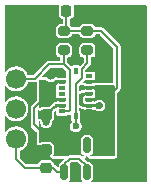
<source format=gbr>
%TF.GenerationSoftware,KiCad,Pcbnew,9.0.2*%
%TF.CreationDate,2026-01-04T09:32:38+09:00*%
%TF.ProjectId,BMI088,424d4930-3838-42e6-9b69-6361645f7063,rev?*%
%TF.SameCoordinates,Original*%
%TF.FileFunction,Copper,L1,Top*%
%TF.FilePolarity,Positive*%
%FSLAX46Y46*%
G04 Gerber Fmt 4.6, Leading zero omitted, Abs format (unit mm)*
G04 Created by KiCad (PCBNEW 9.0.2) date 2026-01-04 09:32:38*
%MOMM*%
%LPD*%
G01*
G04 APERTURE LIST*
G04 Aperture macros list*
%AMRoundRect*
0 Rectangle with rounded corners*
0 $1 Rounding radius*
0 $2 $3 $4 $5 $6 $7 $8 $9 X,Y pos of 4 corners*
0 Add a 4 corners polygon primitive as box body*
4,1,4,$2,$3,$4,$5,$6,$7,$8,$9,$2,$3,0*
0 Add four circle primitives for the rounded corners*
1,1,$1+$1,$2,$3*
1,1,$1+$1,$4,$5*
1,1,$1+$1,$6,$7*
1,1,$1+$1,$8,$9*
0 Add four rect primitives between the rounded corners*
20,1,$1+$1,$2,$3,$4,$5,0*
20,1,$1+$1,$4,$5,$6,$7,0*
20,1,$1+$1,$6,$7,$8,$9,0*
20,1,$1+$1,$8,$9,$2,$3,0*%
G04 Aperture macros list end*
%TA.AperFunction,SMDPad,CuDef*%
%ADD10R,0.350000X0.590000*%
%TD*%
%TA.AperFunction,SMDPad,CuDef*%
%ADD11R,0.590000X0.350000*%
%TD*%
%TA.AperFunction,SMDPad,CuDef*%
%ADD12RoundRect,0.225000X-0.250000X0.225000X-0.250000X-0.225000X0.250000X-0.225000X0.250000X0.225000X0*%
%TD*%
%TA.AperFunction,SMDPad,CuDef*%
%ADD13RoundRect,0.225000X0.250000X-0.225000X0.250000X0.225000X-0.250000X0.225000X-0.250000X-0.225000X0*%
%TD*%
%TA.AperFunction,SMDPad,CuDef*%
%ADD14RoundRect,0.225000X-0.225000X-0.250000X0.225000X-0.250000X0.225000X0.250000X-0.225000X0.250000X0*%
%TD*%
%TA.AperFunction,ComponentPad*%
%ADD15R,1.700000X1.700000*%
%TD*%
%TA.AperFunction,ComponentPad*%
%ADD16C,1.700000*%
%TD*%
%TA.AperFunction,SMDPad,CuDef*%
%ADD17RoundRect,0.150000X0.150000X-0.512500X0.150000X0.512500X-0.150000X0.512500X-0.150000X-0.512500X0*%
%TD*%
%TA.AperFunction,SMDPad,CuDef*%
%ADD18RoundRect,0.200000X-0.275000X0.200000X-0.275000X-0.200000X0.275000X-0.200000X0.275000X0.200000X0*%
%TD*%
%TA.AperFunction,ViaPad*%
%ADD19C,0.600000*%
%TD*%
%TA.AperFunction,Conductor*%
%ADD20C,0.200000*%
%TD*%
G04 APERTURE END LIST*
D10*
%TO.P,U1,8,SCL/SCK*%
%TO.N,SCL*%
X106500000Y-60915000D03*
D11*
%TO.P,U1,9,SDA/SDI*%
%TO.N,SDA*%
X105335000Y-60500000D03*
%TO.P,U1,10,SDO2*%
%TO.N,GND*%
X105335000Y-60000000D03*
%TO.P,U1,11,VDDIO*%
%TO.N,VDD*%
X105335000Y-59500000D03*
%TO.P,U1,12,INT3*%
%TO.N,unconnected-(U1-INT3-Pad12)*%
X105335000Y-59000000D03*
%TO.P,U1,13,INT4*%
%TO.N,unconnected-(U1-INT4-Pad13)*%
X105335000Y-58500000D03*
%TO.P,U1,14,CSB1*%
%TO.N,VDD*%
X105335000Y-58000000D03*
%TO.P,U1,15,SDO1*%
%TO.N,GND*%
X105335000Y-57500000D03*
D10*
%TO.P,U1,16,INT1*%
%TO.N,unconnected-(U1-INT1-Pad16)*%
X106500000Y-57085000D03*
D11*
%TO.P,U1,1,INT2*%
%TO.N,unconnected-(U1-INT2-Pad1)*%
X107665000Y-57500000D03*
%TO.P,U1,2,NC*%
%TO.N,GND*%
X107665000Y-58000000D03*
%TO.P,U1,3,VDD*%
%TO.N,VDD*%
X107665000Y-58500000D03*
%TO.P,U1,4,GNDA*%
%TO.N,GND*%
X107665000Y-59000000D03*
%TO.P,U1,5,CSB2*%
%TO.N,VDD*%
X107665000Y-59500000D03*
%TO.P,U1,6,GNDIO*%
%TO.N,GND*%
X107665000Y-60000000D03*
%TO.P,U1,7,PS*%
%TO.N,VDD*%
X107665000Y-60500000D03*
%TD*%
D12*
%TO.P,C5,1*%
%TO.N,VDD*%
X109000000Y-63725000D03*
%TO.P,C5,2*%
%TO.N,GND*%
X109000000Y-65275000D03*
%TD*%
D13*
%TO.P,C4,1*%
%TO.N,VIN*%
X104000000Y-65275000D03*
%TO.P,C4,2*%
%TO.N,GND*%
X104000000Y-63725000D03*
%TD*%
D14*
%TO.P,C3,1*%
%TO.N,VDD*%
X105725000Y-52000000D03*
%TO.P,C3,2*%
%TO.N,GND*%
X107275000Y-52000000D03*
%TD*%
D12*
%TO.P,C2,1*%
%TO.N,VDD*%
X104000000Y-59225000D03*
%TO.P,C2,2*%
%TO.N,GND*%
X104000000Y-60775000D03*
%TD*%
D13*
%TO.P,C1,1*%
%TO.N,VDD*%
X109000000Y-58975000D03*
%TO.P,C1,2*%
%TO.N,GND*%
X109000000Y-57425000D03*
%TD*%
D15*
%TO.P,J1,1,Pin_1*%
%TO.N,GND*%
X101450000Y-55190000D03*
D16*
%TO.P,J1,2,Pin_2*%
%TO.N,SDA*%
X101450000Y-57730000D03*
%TO.P,J1,3,Pin_3*%
%TO.N,SCL*%
X101450000Y-60270000D03*
%TO.P,J1,4,Pin_4*%
%TO.N,VIN*%
X101450000Y-62810000D03*
%TD*%
D17*
%TO.P,U2,1,IN*%
%TO.N,VIN*%
X105550000Y-65637500D03*
%TO.P,U2,2,GND*%
%TO.N,GND*%
X106500000Y-65637500D03*
%TO.P,U2,3,EN*%
%TO.N,VIN*%
X107450000Y-65637500D03*
%TO.P,U2,4,BP*%
%TO.N,unconnected-(U2-BP-Pad4)*%
X107450000Y-63362500D03*
%TO.P,U2,5,OUT*%
%TO.N,VDD*%
X105550000Y-63362500D03*
%TD*%
D18*
%TO.P,R2,1*%
%TO.N,VDD*%
X105500000Y-53675000D03*
%TO.P,R2,2*%
%TO.N,SDA*%
X105500000Y-55325000D03*
%TD*%
%TO.P,R1,1*%
%TO.N,VDD*%
X107500000Y-53675000D03*
%TO.P,R1,2*%
%TO.N,SCL*%
X107500000Y-55325000D03*
%TD*%
D19*
%TO.N,GND*%
X104000000Y-61400000D03*
X108600000Y-52100000D03*
X104100000Y-52100000D03*
X110000000Y-65300000D03*
X103000000Y-64100000D03*
X106500000Y-66200000D03*
X109000000Y-56400000D03*
X108500000Y-60000000D03*
X104400000Y-57500000D03*
%TO.N,SCL*%
X106500000Y-61750000D03*
%TD*%
D20*
%TO.N,GND*%
X104000000Y-60775000D02*
X104000000Y-61400000D01*
X106500000Y-65637500D02*
X106500000Y-66200000D01*
%TO.N,VIN*%
X104937500Y-65637500D02*
X105550000Y-65637500D01*
X104575000Y-65275000D02*
X104937500Y-65637500D01*
X104000000Y-65275000D02*
X104575000Y-65275000D01*
%TO.N,GND*%
X107100000Y-60000000D02*
X107665000Y-60000000D01*
X107000000Y-59093000D02*
X107000000Y-59900000D01*
X107093000Y-59000000D02*
X107000000Y-59093000D01*
X107000000Y-59900000D02*
X107100000Y-60000000D01*
X107665000Y-59000000D02*
X107093000Y-59000000D01*
X107665000Y-60000000D02*
X108500000Y-60000000D01*
X104400000Y-57500000D02*
X105335000Y-57500000D01*
%TO.N,VDD*%
X109525000Y-58975000D02*
X109000000Y-58975000D01*
X110000000Y-55000000D02*
X110000000Y-58500000D01*
X108675000Y-53675000D02*
X110000000Y-55000000D01*
X110000000Y-58500000D02*
X109525000Y-58975000D01*
X107500000Y-53675000D02*
X108675000Y-53675000D01*
X105500000Y-53675000D02*
X107500000Y-53675000D01*
X105725000Y-53450000D02*
X105500000Y-53675000D01*
X105725000Y-52000000D02*
X105725000Y-53450000D01*
%TO.N,VIN*%
X106025001Y-64500000D02*
X106800000Y-64500000D01*
X105550000Y-64975001D02*
X106025001Y-64500000D01*
X106800000Y-64500000D02*
X107450000Y-65150000D01*
X105550000Y-65637500D02*
X105550000Y-64975001D01*
X107450000Y-65150000D02*
X107450000Y-65637500D01*
X101450000Y-64550000D02*
X101450000Y-62810000D01*
X102175000Y-65275000D02*
X101450000Y-64550000D01*
X104000000Y-65275000D02*
X102175000Y-65275000D01*
%TO.N,VDD*%
X103000000Y-61600000D02*
X103700000Y-62300000D01*
X103000000Y-61200000D02*
X103000000Y-61600000D01*
X103000000Y-60225000D02*
X103000000Y-61200000D01*
X104000000Y-59225000D02*
X103000000Y-60225000D01*
%TO.N,SCL*%
X106500000Y-58200000D02*
X106500000Y-60915000D01*
X107000000Y-57700000D02*
X106500000Y-58200000D01*
X107000000Y-56900000D02*
X107000000Y-57700000D01*
X107500000Y-56400000D02*
X107000000Y-56900000D01*
X107500000Y-55325000D02*
X107500000Y-56400000D01*
%TO.N,SDA*%
X106000000Y-57000000D02*
X105500000Y-56500000D01*
X105907000Y-60500000D02*
X106000000Y-60407000D01*
X106000000Y-60407000D02*
X106000000Y-57000000D01*
X105335000Y-60500000D02*
X105907000Y-60500000D01*
X104250000Y-56500000D02*
X105500000Y-56500000D01*
X103020000Y-57730000D02*
X104250000Y-56500000D01*
X101450000Y-57730000D02*
X103020000Y-57730000D01*
X105500000Y-56500000D02*
X105500000Y-55325000D01*
%TO.N,SCL*%
X106500000Y-60915000D02*
X106500000Y-61750000D01*
%TO.N,GND*%
X104775000Y-60000000D02*
X104000000Y-60775000D01*
X105335000Y-60000000D02*
X104775000Y-60000000D01*
%TO.N,VDD*%
X104275000Y-59500000D02*
X104000000Y-59225000D01*
X108525000Y-58500000D02*
X109000000Y-58975000D01*
X107665000Y-58500000D02*
X108525000Y-58500000D01*
%TO.N,GND*%
X108425000Y-58000000D02*
X109000000Y-57425000D01*
X107665000Y-58000000D02*
X108425000Y-58000000D01*
%TD*%
%TA.AperFunction,Conductor*%
%TO.N,VDD*%
G36*
X107220841Y-58314352D02*
G01*
X107223550Y-58317653D01*
X107225450Y-58319554D01*
X107251904Y-58337230D01*
X107291769Y-58363867D01*
X107350252Y-58375500D01*
X107350255Y-58375500D01*
X107979745Y-58375500D01*
X107979748Y-58375500D01*
X108038231Y-58363867D01*
X108104552Y-58319552D01*
X108104554Y-58319548D01*
X108107962Y-58316141D01*
X108109545Y-58317723D01*
X108133915Y-58301441D01*
X108143473Y-58300500D01*
X108464566Y-58300500D01*
X108465182Y-58300419D01*
X108471574Y-58300000D01*
X109751000Y-58300000D01*
X109785648Y-58314352D01*
X109800000Y-58349000D01*
X109800000Y-64251000D01*
X109785648Y-64285648D01*
X109751000Y-64300000D01*
X107740494Y-64300000D01*
X107705846Y-64285648D01*
X107691494Y-64251000D01*
X107705846Y-64216352D01*
X107718973Y-64206979D01*
X107734271Y-64199500D01*
X107806483Y-64164198D01*
X107889198Y-64081483D01*
X107940573Y-63976393D01*
X107950500Y-63908260D01*
X107950500Y-62816740D01*
X107940573Y-62748607D01*
X107889198Y-62643517D01*
X107806483Y-62560802D01*
X107753938Y-62535114D01*
X107701396Y-62509428D01*
X107701394Y-62509427D01*
X107633262Y-62499500D01*
X107633260Y-62499500D01*
X107266740Y-62499500D01*
X107266738Y-62499500D01*
X107198605Y-62509427D01*
X107198603Y-62509428D01*
X107093519Y-62560801D01*
X107093515Y-62560803D01*
X107010803Y-62643515D01*
X107010801Y-62643519D01*
X106959428Y-62748603D01*
X106959427Y-62748605D01*
X106949500Y-62816738D01*
X106949500Y-63908261D01*
X106959427Y-63976394D01*
X106959428Y-63976396D01*
X106985114Y-64028938D01*
X107010802Y-64081483D01*
X107093517Y-64164198D01*
X107161744Y-64197552D01*
X107181027Y-64206979D01*
X107205851Y-64235090D01*
X107203527Y-64272521D01*
X107175416Y-64297345D01*
X107159506Y-64300000D01*
X107045267Y-64300000D01*
X107013180Y-64288032D01*
X107011854Y-64286883D01*
X106984511Y-64259540D01*
X106975932Y-64254587D01*
X106971884Y-64252250D01*
X106971882Y-64252248D01*
X106915991Y-64219979D01*
X106915987Y-64219978D01*
X106839564Y-64199500D01*
X106839562Y-64199500D01*
X105985439Y-64199500D01*
X105985437Y-64199500D01*
X105909013Y-64219978D01*
X105909009Y-64219979D01*
X105853118Y-64252248D01*
X105853113Y-64252251D01*
X105849069Y-64254587D01*
X105840490Y-64259540D01*
X105813146Y-64286883D01*
X105811821Y-64288032D01*
X105795566Y-64293441D01*
X105779734Y-64300000D01*
X104620044Y-64300000D01*
X104585396Y-64285648D01*
X104571044Y-64251000D01*
X104585396Y-64216352D01*
X104586175Y-64215573D01*
X104598528Y-64203220D01*
X104600424Y-64199500D01*
X104659717Y-64083129D01*
X104659719Y-64083126D01*
X104675500Y-63983488D01*
X104675500Y-63466512D01*
X104659719Y-63366874D01*
X104659717Y-63366870D01*
X104598532Y-63246786D01*
X104598527Y-63246779D01*
X104503220Y-63151472D01*
X104503213Y-63151467D01*
X104383129Y-63090282D01*
X104383127Y-63090281D01*
X104383126Y-63090281D01*
X104283488Y-63074500D01*
X103716512Y-63074500D01*
X103616874Y-63090281D01*
X103616872Y-63090281D01*
X103616870Y-63090282D01*
X103496786Y-63151467D01*
X103496778Y-63151473D01*
X103483647Y-63164604D01*
X103448998Y-63178955D01*
X103414351Y-63164602D01*
X103400000Y-63129955D01*
X103400000Y-61370044D01*
X103414352Y-61335396D01*
X103449000Y-61321044D01*
X103483648Y-61335396D01*
X103485148Y-61336896D01*
X103499500Y-61371544D01*
X103499500Y-61465895D01*
X103533607Y-61593184D01*
X103533608Y-61593188D01*
X103586100Y-61684105D01*
X103599500Y-61707314D01*
X103692686Y-61800500D01*
X103719346Y-61815892D01*
X103806811Y-61866391D01*
X103806813Y-61866391D01*
X103806814Y-61866392D01*
X103907207Y-61893292D01*
X103934104Y-61900499D01*
X103934105Y-61900500D01*
X103934108Y-61900500D01*
X104065895Y-61900500D01*
X104065895Y-61900499D01*
X104193186Y-61866392D01*
X104307314Y-61800500D01*
X104400500Y-61707314D01*
X104466392Y-61593186D01*
X104500499Y-61465895D01*
X104500500Y-61465895D01*
X104500500Y-61371544D01*
X104514852Y-61336896D01*
X104530704Y-61321044D01*
X104598528Y-61253220D01*
X104659719Y-61133126D01*
X104675500Y-61033488D01*
X104675500Y-60544767D01*
X104689852Y-60510119D01*
X104755852Y-60444119D01*
X104790500Y-60429767D01*
X104825148Y-60444119D01*
X104839500Y-60478767D01*
X104839500Y-60694748D01*
X104851133Y-60753231D01*
X104868882Y-60779795D01*
X104895447Y-60819552D01*
X104922012Y-60837301D01*
X104961769Y-60863867D01*
X105020252Y-60875500D01*
X105020255Y-60875500D01*
X105649745Y-60875500D01*
X105649748Y-60875500D01*
X105708231Y-60863867D01*
X105774552Y-60819552D01*
X105774554Y-60819548D01*
X105777962Y-60816141D01*
X105779545Y-60817723D01*
X105803915Y-60801441D01*
X105813473Y-60800500D01*
X105946564Y-60800500D01*
X105997513Y-60786847D01*
X106022989Y-60780021D01*
X106051002Y-60763847D01*
X106088181Y-60758952D01*
X106117935Y-60781782D01*
X106124500Y-60806283D01*
X106124500Y-61229748D01*
X106136133Y-61288231D01*
X106153174Y-61313734D01*
X106160984Y-61325423D01*
X106168300Y-61362206D01*
X106154891Y-61387294D01*
X106099499Y-61442687D01*
X106033608Y-61556811D01*
X106033607Y-61556815D01*
X105999500Y-61684104D01*
X105999500Y-61815895D01*
X106033607Y-61943184D01*
X106033608Y-61943188D01*
X106099500Y-62057314D01*
X106192686Y-62150500D01*
X106234457Y-62174617D01*
X106306811Y-62216391D01*
X106306813Y-62216391D01*
X106306814Y-62216392D01*
X106407207Y-62243292D01*
X106434104Y-62250499D01*
X106434105Y-62250500D01*
X106434108Y-62250500D01*
X106565895Y-62250500D01*
X106565895Y-62250499D01*
X106693186Y-62216392D01*
X106807314Y-62150500D01*
X106900500Y-62057314D01*
X106966392Y-61943186D01*
X107000499Y-61815895D01*
X107000500Y-61815895D01*
X107000500Y-61684105D01*
X107000499Y-61684104D01*
X106966392Y-61556815D01*
X106966391Y-61556811D01*
X106913898Y-61465892D01*
X106900500Y-61442686D01*
X106845108Y-61387294D01*
X106830756Y-61352646D01*
X106839013Y-61325425D01*
X106863867Y-61288231D01*
X106875500Y-61229748D01*
X106875500Y-60600252D01*
X106863867Y-60541769D01*
X106837230Y-60501904D01*
X106819554Y-60475450D01*
X106816142Y-60472039D01*
X106817723Y-60470457D01*
X106801440Y-60446076D01*
X106800500Y-60436527D01*
X106800500Y-60243767D01*
X106814852Y-60209119D01*
X106849500Y-60194767D01*
X106884148Y-60209119D01*
X106915489Y-60240460D01*
X106984011Y-60280021D01*
X107019478Y-60289524D01*
X107060436Y-60300500D01*
X107060438Y-60300500D01*
X107139562Y-60300500D01*
X107186527Y-60300500D01*
X107221175Y-60314852D01*
X107223125Y-60317229D01*
X107225450Y-60319554D01*
X107243624Y-60331697D01*
X107291769Y-60363867D01*
X107350252Y-60375500D01*
X107350255Y-60375500D01*
X107979745Y-60375500D01*
X107979748Y-60375500D01*
X108038231Y-60363867D01*
X108075424Y-60339014D01*
X108112204Y-60331697D01*
X108137294Y-60345108D01*
X108192686Y-60400500D01*
X108221047Y-60416874D01*
X108306811Y-60466391D01*
X108306813Y-60466391D01*
X108306814Y-60466392D01*
X108352999Y-60478767D01*
X108434104Y-60500499D01*
X108434105Y-60500500D01*
X108434108Y-60500500D01*
X108565895Y-60500500D01*
X108565895Y-60500499D01*
X108693186Y-60466392D01*
X108807314Y-60400500D01*
X108900500Y-60307314D01*
X108957563Y-60208478D01*
X108966391Y-60193188D01*
X108966391Y-60193187D01*
X108966392Y-60193186D01*
X109000499Y-60065895D01*
X109000500Y-60065895D01*
X109000500Y-59934105D01*
X109000499Y-59934104D01*
X108966392Y-59806815D01*
X108966391Y-59806811D01*
X108916257Y-59719978D01*
X108900500Y-59692686D01*
X108807314Y-59599500D01*
X108807312Y-59599499D01*
X108693188Y-59533608D01*
X108693184Y-59533607D01*
X108565895Y-59499500D01*
X108565892Y-59499500D01*
X108434108Y-59499500D01*
X108434105Y-59499500D01*
X108306815Y-59533607D01*
X108306811Y-59533608D01*
X108192687Y-59599499D01*
X108137294Y-59654891D01*
X108102645Y-59669242D01*
X108075423Y-59660984D01*
X108063734Y-59653174D01*
X108038231Y-59636133D01*
X107979748Y-59624500D01*
X107350252Y-59624500D01*
X107349500Y-59624500D01*
X107314852Y-59610148D01*
X107300500Y-59575500D01*
X107300500Y-59424500D01*
X107314852Y-59389852D01*
X107349500Y-59375500D01*
X107979745Y-59375500D01*
X107979748Y-59375500D01*
X108038231Y-59363867D01*
X108104552Y-59319552D01*
X108148867Y-59253231D01*
X108160500Y-59194748D01*
X108160500Y-58805252D01*
X108148867Y-58746769D01*
X108122301Y-58707012D01*
X108104552Y-58680447D01*
X108064795Y-58653882D01*
X108038231Y-58636133D01*
X107979748Y-58624500D01*
X107350252Y-58624500D01*
X107291769Y-58636133D01*
X107225450Y-58680445D01*
X107222038Y-58683859D01*
X107220454Y-58682276D01*
X107196085Y-58698559D01*
X107186527Y-58699500D01*
X107053436Y-58699500D01*
X106977010Y-58719979D01*
X106977008Y-58719979D01*
X106930609Y-58746768D01*
X106930609Y-58746769D01*
X106908489Y-58759540D01*
X106908486Y-58759542D01*
X106884148Y-58783881D01*
X106849500Y-58798233D01*
X106814852Y-58783881D01*
X106800500Y-58749233D01*
X106800500Y-58349000D01*
X106814852Y-58314352D01*
X106849500Y-58300000D01*
X107186193Y-58300000D01*
X107220841Y-58314352D01*
G37*
%TD.AperFunction*%
%TA.AperFunction,Conductor*%
G36*
X104006538Y-57814352D02*
G01*
X104092686Y-57900500D01*
X104116954Y-57914511D01*
X104206811Y-57966391D01*
X104206813Y-57966391D01*
X104206814Y-57966392D01*
X104307207Y-57993292D01*
X104334104Y-58000499D01*
X104334105Y-58000500D01*
X104334108Y-58000500D01*
X104465895Y-58000500D01*
X104465895Y-58000499D01*
X104593186Y-57966392D01*
X104707314Y-57900500D01*
X104792962Y-57814852D01*
X104827610Y-57800500D01*
X104856527Y-57800500D01*
X104891175Y-57814852D01*
X104893125Y-57817229D01*
X104895450Y-57819554D01*
X104921904Y-57837230D01*
X104961769Y-57863867D01*
X105020252Y-57875500D01*
X105020255Y-57875500D01*
X105650500Y-57875500D01*
X105685148Y-57889852D01*
X105699500Y-57924500D01*
X105699500Y-58075500D01*
X105685148Y-58110148D01*
X105650500Y-58124500D01*
X105649748Y-58124500D01*
X105020252Y-58124500D01*
X104961769Y-58136133D01*
X104895447Y-58180447D01*
X104851133Y-58246769D01*
X104839500Y-58305252D01*
X104839500Y-58305255D01*
X104839500Y-58694746D01*
X104848588Y-58740442D01*
X104848588Y-58759558D01*
X104843751Y-58783881D01*
X104839500Y-58805252D01*
X104839500Y-59194748D01*
X104851133Y-59253231D01*
X104868882Y-59279795D01*
X104895447Y-59319552D01*
X104922012Y-59337301D01*
X104961769Y-59363867D01*
X105020252Y-59375500D01*
X105020255Y-59375500D01*
X105650500Y-59375500D01*
X105685148Y-59389852D01*
X105699500Y-59424500D01*
X105699500Y-59575500D01*
X105685148Y-59610148D01*
X105650500Y-59624500D01*
X105649748Y-59624500D01*
X105020252Y-59624500D01*
X104961769Y-59636133D01*
X104895450Y-59680445D01*
X104892038Y-59683859D01*
X104890454Y-59682276D01*
X104866085Y-59698559D01*
X104856527Y-59699500D01*
X104735435Y-59699500D01*
X104659013Y-59719977D01*
X104659010Y-59719978D01*
X104590488Y-59759540D01*
X104590488Y-59759541D01*
X104239881Y-60110148D01*
X104205233Y-60124500D01*
X103716512Y-60124500D01*
X103616874Y-60140281D01*
X103616872Y-60140281D01*
X103616870Y-60140282D01*
X103496786Y-60201467D01*
X103496778Y-60201473D01*
X103483647Y-60214604D01*
X103448998Y-60228955D01*
X103414351Y-60214602D01*
X103400000Y-60179955D01*
X103400000Y-57849000D01*
X103414352Y-57814352D01*
X103449000Y-57800000D01*
X103971890Y-57800000D01*
X104006538Y-57814352D01*
G37*
%TD.AperFunction*%
%TD*%
%TA.AperFunction,Conductor*%
%TO.N,GND*%
G36*
X106689881Y-64814852D02*
G01*
X106935148Y-65060119D01*
X106949500Y-65094767D01*
X106949500Y-66183260D01*
X106959427Y-66251393D01*
X107010802Y-66356483D01*
X107010803Y-66356484D01*
X107070171Y-66415852D01*
X107084523Y-66450500D01*
X107070171Y-66485148D01*
X107035523Y-66499500D01*
X105964477Y-66499500D01*
X105929829Y-66485148D01*
X105915477Y-66450500D01*
X105929829Y-66415852D01*
X105989198Y-66356483D01*
X106040573Y-66251393D01*
X106050500Y-66183260D01*
X106050500Y-65091740D01*
X106040573Y-65023607D01*
X106018438Y-64978328D01*
X106016114Y-64940897D01*
X106027807Y-64922163D01*
X106135121Y-64814850D01*
X106169768Y-64800500D01*
X106655233Y-64800500D01*
X106689881Y-64814852D01*
G37*
%TD.AperFunction*%
%TA.AperFunction,Conductor*%
G36*
X112485148Y-51514852D02*
G01*
X112499500Y-51549500D01*
X112499500Y-66450500D01*
X112485148Y-66485148D01*
X112450500Y-66499500D01*
X107864477Y-66499500D01*
X107829829Y-66485148D01*
X107815477Y-66450500D01*
X107829829Y-66415852D01*
X107889198Y-66356483D01*
X107940573Y-66251393D01*
X107950500Y-66183260D01*
X107950500Y-65091740D01*
X107940573Y-65023607D01*
X107889198Y-64918517D01*
X107806483Y-64835802D01*
X107726660Y-64796779D01*
X107701396Y-64784428D01*
X107701394Y-64784427D01*
X107633262Y-64774500D01*
X107633260Y-64774500D01*
X107519767Y-64774500D01*
X107485119Y-64760148D01*
X107270328Y-64545357D01*
X107255976Y-64510709D01*
X107270328Y-64476061D01*
X107281521Y-64467687D01*
X107311441Y-64451382D01*
X107339552Y-64426558D01*
X107382795Y-64372986D01*
X107402994Y-64304398D01*
X107426548Y-64275217D01*
X107463839Y-64271238D01*
X107493022Y-64294793D01*
X107498305Y-64310033D01*
X107501637Y-64329645D01*
X107515985Y-64364283D01*
X107515984Y-64364283D01*
X107552616Y-64422583D01*
X107593205Y-64451382D01*
X107627203Y-64475505D01*
X107661851Y-64489857D01*
X107740494Y-64505500D01*
X107740497Y-64505500D01*
X109750997Y-64505500D01*
X109751000Y-64505500D01*
X109829643Y-64489857D01*
X109864291Y-64475505D01*
X109922581Y-64438879D01*
X109922581Y-64438877D01*
X109922583Y-64438877D01*
X109969335Y-64372986D01*
X109975505Y-64364291D01*
X109989857Y-64329643D01*
X110005500Y-64251000D01*
X110005500Y-58939767D01*
X110019852Y-58905119D01*
X110056996Y-58867975D01*
X110240460Y-58684511D01*
X110275107Y-58624500D01*
X110280021Y-58615989D01*
X110300500Y-58539562D01*
X110300500Y-54960438D01*
X110300500Y-54960436D01*
X110291843Y-54928134D01*
X110280021Y-54884011D01*
X110280020Y-54884009D01*
X110280020Y-54884008D01*
X110240459Y-54815488D01*
X108859511Y-53434540D01*
X108790990Y-53394979D01*
X108714564Y-53374500D01*
X108714562Y-53374500D01*
X108203311Y-53374500D01*
X108168663Y-53360148D01*
X108159652Y-53347745D01*
X108103054Y-53236664D01*
X108103049Y-53236657D01*
X108013342Y-53146950D01*
X108013335Y-53146945D01*
X107900308Y-53089355D01*
X107900305Y-53089354D01*
X107900304Y-53089354D01*
X107806519Y-53074500D01*
X107806517Y-53074500D01*
X107193482Y-53074500D01*
X107099696Y-53089353D01*
X106986664Y-53146945D01*
X106986657Y-53146950D01*
X106896950Y-53236657D01*
X106896946Y-53236662D01*
X106840347Y-53347746D01*
X106811830Y-53372102D01*
X106796688Y-53374500D01*
X106203311Y-53374500D01*
X106168663Y-53360148D01*
X106159652Y-53347745D01*
X106103054Y-53236664D01*
X106103049Y-53236657D01*
X106039852Y-53173460D01*
X106025500Y-53138812D01*
X106025500Y-52710696D01*
X106039852Y-52676048D01*
X106066836Y-52662299D01*
X106076263Y-52660805D01*
X106083126Y-52659719D01*
X106148022Y-52626652D01*
X106203213Y-52598532D01*
X106203215Y-52598530D01*
X106203220Y-52598528D01*
X106298528Y-52503220D01*
X106359719Y-52383126D01*
X106375500Y-52283488D01*
X106375500Y-51716512D01*
X106359719Y-51616874D01*
X106336725Y-51571746D01*
X106333782Y-51534358D01*
X106358138Y-51505841D01*
X106380384Y-51500500D01*
X112450500Y-51500500D01*
X112485148Y-51514852D01*
G37*
%TD.AperFunction*%
%TA.AperFunction,Conductor*%
G36*
X103170000Y-58015765D02*
G01*
X103192830Y-58045518D01*
X103194500Y-58058201D01*
X103194500Y-59585233D01*
X103180148Y-59619881D01*
X102759541Y-60040488D01*
X102759540Y-60040488D01*
X102719979Y-60109008D01*
X102719979Y-60109010D01*
X102699500Y-60185436D01*
X102699500Y-61639563D01*
X102719978Y-61715987D01*
X102719979Y-61715991D01*
X102745100Y-61759500D01*
X102759540Y-61784511D01*
X103180148Y-62205119D01*
X103194500Y-62239767D01*
X103194500Y-63129955D01*
X103210142Y-63208595D01*
X103210142Y-63208596D01*
X103224489Y-63243234D01*
X103224494Y-63243245D01*
X103261113Y-63301527D01*
X103261115Y-63301528D01*
X103261116Y-63301530D01*
X103299840Y-63329009D01*
X103335700Y-63354456D01*
X103370340Y-63368806D01*
X103370343Y-63368807D01*
X103370348Y-63368809D01*
X103370351Y-63368809D01*
X103370352Y-63368810D01*
X103370370Y-63368814D01*
X103437470Y-63384131D01*
X103527634Y-63368814D01*
X103562283Y-63354463D01*
X103596015Y-63331923D01*
X103600960Y-63329023D01*
X103674253Y-63291679D01*
X103688822Y-63286946D01*
X103713876Y-63282978D01*
X103728880Y-63280603D01*
X103736544Y-63280000D01*
X104263457Y-63280000D01*
X104271121Y-63280603D01*
X104291617Y-63283848D01*
X104311169Y-63286945D01*
X104325747Y-63291682D01*
X104356980Y-63307596D01*
X104374008Y-63316272D01*
X104386411Y-63325283D01*
X104424714Y-63363586D01*
X104433725Y-63375988D01*
X104458316Y-63424249D01*
X104463054Y-63438830D01*
X104469397Y-63478877D01*
X104470000Y-63486542D01*
X104470000Y-63963454D01*
X104469397Y-63971120D01*
X104463053Y-64011169D01*
X104458315Y-64025748D01*
X104420984Y-64099015D01*
X104418067Y-64103993D01*
X104395537Y-64137711D01*
X104381189Y-64172350D01*
X104381188Y-64172354D01*
X104381187Y-64172357D01*
X104369058Y-64225500D01*
X104365867Y-64239480D01*
X104381187Y-64329645D01*
X104395535Y-64364283D01*
X104395534Y-64364283D01*
X104432166Y-64422583D01*
X104472755Y-64451382D01*
X104506753Y-64475505D01*
X104541401Y-64489857D01*
X104620044Y-64505500D01*
X105476234Y-64505500D01*
X105510882Y-64519852D01*
X105525234Y-64554500D01*
X105510882Y-64589148D01*
X105365489Y-64734540D01*
X105365488Y-64734541D01*
X105329994Y-64770033D01*
X105302417Y-64783871D01*
X105298609Y-64784426D01*
X105298606Y-64784427D01*
X105193521Y-64835799D01*
X105193515Y-64835803D01*
X105110803Y-64918515D01*
X105110801Y-64918519D01*
X105059428Y-65023603D01*
X105059427Y-65023605D01*
X105049500Y-65091738D01*
X105049500Y-65206233D01*
X105035148Y-65240881D01*
X105000500Y-65255233D01*
X104965852Y-65240881D01*
X104759513Y-65034542D01*
X104759507Y-65034537D01*
X104740138Y-65023355D01*
X104728285Y-65016512D01*
X104690989Y-64994979D01*
X104690988Y-64994978D01*
X104690426Y-64994654D01*
X104667596Y-64964901D01*
X104666530Y-64959883D01*
X104663523Y-64940897D01*
X104659719Y-64916874D01*
X104659717Y-64916870D01*
X104598532Y-64796786D01*
X104598527Y-64796779D01*
X104503220Y-64701472D01*
X104503213Y-64701467D01*
X104383129Y-64640282D01*
X104383127Y-64640281D01*
X104383126Y-64640281D01*
X104283488Y-64624500D01*
X103716512Y-64624500D01*
X103616874Y-64640281D01*
X103616872Y-64640281D01*
X103616870Y-64640282D01*
X103496786Y-64701467D01*
X103496779Y-64701472D01*
X103401472Y-64796779D01*
X103401467Y-64796786D01*
X103340282Y-64916870D01*
X103340281Y-64916872D01*
X103340281Y-64916874D01*
X103340021Y-64918519D01*
X103337701Y-64933166D01*
X103318105Y-64965142D01*
X103289304Y-64974500D01*
X102319767Y-64974500D01*
X102285119Y-64960148D01*
X101764852Y-64439881D01*
X101750500Y-64405233D01*
X101750500Y-63855323D01*
X101764852Y-63820675D01*
X101780748Y-63810053D01*
X101789988Y-63806225D01*
X101947598Y-63740941D01*
X102119655Y-63625977D01*
X102265977Y-63479655D01*
X102380941Y-63307598D01*
X102460130Y-63116420D01*
X102500500Y-62913465D01*
X102500500Y-62706535D01*
X102460130Y-62503580D01*
X102380941Y-62312402D01*
X102265977Y-62140345D01*
X102119655Y-61994023D01*
X101947598Y-61879059D01*
X101947596Y-61879058D01*
X101756423Y-61799871D01*
X101756417Y-61799869D01*
X101674572Y-61783589D01*
X101553465Y-61759500D01*
X101346535Y-61759500D01*
X101245520Y-61779592D01*
X101143582Y-61799869D01*
X101143576Y-61799871D01*
X100952403Y-61879058D01*
X100780345Y-61994022D01*
X100634022Y-62140345D01*
X100590242Y-62205868D01*
X100559059Y-62226703D01*
X100522277Y-62219387D01*
X100501442Y-62188204D01*
X100500500Y-62178645D01*
X100500500Y-60901354D01*
X100514852Y-60866706D01*
X100549500Y-60852354D01*
X100584148Y-60866706D01*
X100590239Y-60874128D01*
X100634023Y-60939655D01*
X100780345Y-61085977D01*
X100952402Y-61200941D01*
X101143580Y-61280130D01*
X101346535Y-61320500D01*
X101346538Y-61320500D01*
X101553462Y-61320500D01*
X101553465Y-61320500D01*
X101756420Y-61280130D01*
X101947598Y-61200941D01*
X102119655Y-61085977D01*
X102265977Y-60939655D01*
X102380941Y-60767598D01*
X102460130Y-60576420D01*
X102500500Y-60373465D01*
X102500500Y-60166535D01*
X102460130Y-59963580D01*
X102380941Y-59772402D01*
X102265977Y-59600345D01*
X102119655Y-59454023D01*
X102075470Y-59424500D01*
X101957766Y-59345853D01*
X101947598Y-59339059D01*
X101880363Y-59311209D01*
X101756423Y-59259871D01*
X101756417Y-59259869D01*
X101674572Y-59243589D01*
X101553465Y-59219500D01*
X101346535Y-59219500D01*
X101245520Y-59239592D01*
X101143582Y-59259869D01*
X101143576Y-59259871D01*
X100952403Y-59339058D01*
X100780345Y-59454022D01*
X100634022Y-59600345D01*
X100590242Y-59665868D01*
X100559059Y-59686703D01*
X100522277Y-59679387D01*
X100501442Y-59648204D01*
X100500500Y-59638645D01*
X100500500Y-58361354D01*
X100514852Y-58326706D01*
X100549500Y-58312354D01*
X100584148Y-58326706D01*
X100590239Y-58334128D01*
X100634023Y-58399655D01*
X100780345Y-58545977D01*
X100952402Y-58660941D01*
X101143580Y-58740130D01*
X101346535Y-58780500D01*
X101346538Y-58780500D01*
X101553462Y-58780500D01*
X101553465Y-58780500D01*
X101756420Y-58740130D01*
X101947598Y-58660941D01*
X102119655Y-58545977D01*
X102265977Y-58399655D01*
X102380941Y-58227598D01*
X102450053Y-58060748D01*
X102476572Y-58034230D01*
X102495323Y-58030500D01*
X103059564Y-58030500D01*
X103132817Y-58010871D01*
X103170000Y-58015765D01*
G37*
%TD.AperFunction*%
%TA.AperFunction,Conductor*%
G36*
X105020252Y-59875500D02*
G01*
X105020253Y-59875500D01*
X105650500Y-59875500D01*
X105685148Y-59889852D01*
X105699500Y-59924500D01*
X105699500Y-60075500D01*
X105685148Y-60110148D01*
X105650500Y-60124500D01*
X105649748Y-60124500D01*
X105020252Y-60124500D01*
X104969436Y-60134608D01*
X104961769Y-60136133D01*
X104895450Y-60180445D01*
X104895447Y-60180449D01*
X104876239Y-60209194D01*
X104845056Y-60230029D01*
X104824597Y-60229742D01*
X104802021Y-60224590D01*
X104711856Y-60239910D01*
X104677212Y-60254260D01*
X104610539Y-60298811D01*
X104544544Y-60364806D01*
X104544542Y-60364809D01*
X104508457Y-60418813D01*
X104499992Y-60431481D01*
X104485645Y-60466116D01*
X104485642Y-60466126D01*
X104477785Y-60505626D01*
X104470000Y-60544767D01*
X104470000Y-60544770D01*
X104470000Y-61013454D01*
X104469397Y-61021121D01*
X104463053Y-61061168D01*
X104458315Y-61075746D01*
X104433724Y-61124009D01*
X104424714Y-61136411D01*
X104369544Y-61191582D01*
X104324992Y-61258258D01*
X104310645Y-61292893D01*
X104310642Y-61292903D01*
X104305153Y-61320500D01*
X104295000Y-61371544D01*
X104295000Y-61371547D01*
X104295000Y-61432386D01*
X104293330Y-61445069D01*
X104276564Y-61507636D01*
X104271669Y-61519453D01*
X104239283Y-61575548D01*
X104231496Y-61585696D01*
X104185696Y-61631496D01*
X104175548Y-61639283D01*
X104119453Y-61671669D01*
X104107636Y-61676564D01*
X104058260Y-61689795D01*
X104045067Y-61693330D01*
X104032386Y-61695000D01*
X103967609Y-61695000D01*
X103954926Y-61693330D01*
X103892365Y-61676566D01*
X103880548Y-61671671D01*
X103824449Y-61639282D01*
X103814301Y-61631495D01*
X103768502Y-61585696D01*
X103760715Y-61575548D01*
X103728328Y-61519453D01*
X103723433Y-61507636D01*
X103706668Y-61445067D01*
X103705000Y-61432389D01*
X103705000Y-61371547D01*
X103705000Y-61371544D01*
X103689357Y-61292901D01*
X103675005Y-61258253D01*
X103630458Y-61191586D01*
X103628958Y-61190086D01*
X103562291Y-61145539D01*
X103562287Y-61145537D01*
X103562285Y-61145536D01*
X103527649Y-61131189D01*
X103527646Y-61131188D01*
X103527643Y-61131187D01*
X103460521Y-61115867D01*
X103460519Y-61115867D01*
X103370353Y-61131187D01*
X103368244Y-61132061D01*
X103330741Y-61132055D01*
X103304227Y-61105532D01*
X103300500Y-61086788D01*
X103300500Y-60463210D01*
X103314852Y-60428562D01*
X103349500Y-60414210D01*
X103368256Y-60417942D01*
X103370348Y-60418809D01*
X103370351Y-60418809D01*
X103370352Y-60418810D01*
X103370370Y-60418814D01*
X103437470Y-60434131D01*
X103527634Y-60418814D01*
X103562283Y-60404463D01*
X103596015Y-60381923D01*
X103600960Y-60379023D01*
X103674253Y-60341679D01*
X103688822Y-60336946D01*
X103713876Y-60332978D01*
X103728880Y-60330603D01*
X103736544Y-60330000D01*
X104205230Y-60330000D01*
X104205233Y-60330000D01*
X104283876Y-60314357D01*
X104318524Y-60300005D01*
X104385192Y-60255458D01*
X104712111Y-59928536D01*
X104722251Y-59920755D01*
X104732744Y-59914697D01*
X104744558Y-59909804D01*
X104751946Y-59907824D01*
X104756266Y-59906668D01*
X104768942Y-59905000D01*
X104856506Y-59905000D01*
X104856527Y-59905000D01*
X104869352Y-59904369D01*
X104876629Y-59904013D01*
X104876639Y-59904012D01*
X104876661Y-59904011D01*
X104886219Y-59903070D01*
X104894813Y-59902041D01*
X104957598Y-59878074D01*
X104959967Y-59877807D01*
X104962544Y-59876186D01*
X104970307Y-59873222D01*
X104997340Y-59870942D01*
X105020252Y-59875500D01*
G37*
%TD.AperFunction*%
%TA.AperFunction,Conductor*%
G36*
X107350252Y-58875500D02*
G01*
X107906000Y-58875500D01*
X107940648Y-58889852D01*
X107955000Y-58924500D01*
X107955000Y-59075500D01*
X107940648Y-59110148D01*
X107906000Y-59124500D01*
X107350252Y-59124500D01*
X107291769Y-59136133D01*
X107225450Y-59180445D01*
X107225448Y-59180447D01*
X107200958Y-59217097D01*
X107186292Y-59231358D01*
X107177919Y-59236620D01*
X107177918Y-59236621D01*
X107124996Y-59311206D01*
X107110644Y-59345853D01*
X107110642Y-59345859D01*
X107102785Y-59385359D01*
X107095000Y-59424500D01*
X107095000Y-59575500D01*
X107099942Y-59600345D01*
X107110642Y-59654140D01*
X107110645Y-59654150D01*
X107124991Y-59688783D01*
X107124990Y-59688783D01*
X107161621Y-59747081D01*
X107183543Y-59762636D01*
X107195928Y-59775374D01*
X107225447Y-59819550D01*
X107225450Y-59819554D01*
X107232784Y-59824454D01*
X107291769Y-59863867D01*
X107350252Y-59875500D01*
X107350255Y-59875500D01*
X107979748Y-59875500D01*
X108026046Y-59866289D01*
X108044153Y-59866099D01*
X108091117Y-59874418D01*
X108091117Y-59874417D01*
X108091118Y-59874418D01*
X108104210Y-59872193D01*
X108181281Y-59859101D01*
X108215930Y-59844750D01*
X108282603Y-59800203D01*
X108314307Y-59768498D01*
X108324449Y-59760715D01*
X108380544Y-59728328D01*
X108392358Y-59723434D01*
X108431511Y-59712943D01*
X108454932Y-59706669D01*
X108467613Y-59705000D01*
X108532391Y-59705000D01*
X108545065Y-59706668D01*
X108607641Y-59723434D01*
X108619448Y-59728325D01*
X108675544Y-59760713D01*
X108685691Y-59768499D01*
X108731498Y-59814305D01*
X108739285Y-59824454D01*
X108771671Y-59880548D01*
X108776566Y-59892365D01*
X108793330Y-59954924D01*
X108795000Y-59967607D01*
X108795000Y-60032386D01*
X108793330Y-60045069D01*
X108776564Y-60107636D01*
X108771669Y-60119453D01*
X108739283Y-60175548D01*
X108731496Y-60185696D01*
X108685696Y-60231496D01*
X108675548Y-60239283D01*
X108619453Y-60271669D01*
X108607636Y-60276564D01*
X108558260Y-60289795D01*
X108545067Y-60293330D01*
X108532386Y-60295000D01*
X108467609Y-60295000D01*
X108454926Y-60293330D01*
X108392365Y-60276566D01*
X108380548Y-60271671D01*
X108324449Y-60239282D01*
X108314301Y-60231495D01*
X108282605Y-60199799D01*
X108234167Y-60163874D01*
X108209080Y-60150464D01*
X108186302Y-60141586D01*
X108163528Y-60132709D01*
X108163527Y-60132708D01*
X108163525Y-60132708D01*
X108072110Y-60130147D01*
X108072109Y-60130147D01*
X108072108Y-60130147D01*
X108049681Y-60134608D01*
X108030564Y-60134608D01*
X107979748Y-60124500D01*
X107350252Y-60124500D01*
X107350251Y-60124500D01*
X107329947Y-60128538D01*
X107301638Y-60125749D01*
X107265173Y-60110644D01*
X107265167Y-60110642D01*
X107233453Y-60104334D01*
X107186527Y-60095000D01*
X107186524Y-60095000D01*
X107093947Y-60095000D01*
X107081267Y-60093331D01*
X107072669Y-60091027D01*
X107072663Y-60091026D01*
X107069557Y-60090193D01*
X107057744Y-60085300D01*
X107047252Y-60079242D01*
X107037105Y-60071456D01*
X107029460Y-60063811D01*
X107029458Y-60063809D01*
X106962791Y-60019262D01*
X106962787Y-60019260D01*
X106962785Y-60019259D01*
X106928149Y-60004912D01*
X106928146Y-60004911D01*
X106928143Y-60004910D01*
X106861021Y-59989590D01*
X106861019Y-59989590D01*
X106861018Y-59989590D01*
X106857706Y-59990153D01*
X106821144Y-59981806D01*
X106801192Y-59950051D01*
X106800500Y-59941845D01*
X106800500Y-59051154D01*
X106814852Y-59016506D01*
X106841288Y-59002847D01*
X106928143Y-58988090D01*
X106962791Y-58973738D01*
X107029461Y-58929188D01*
X107030096Y-58928553D01*
X107040255Y-58920753D01*
X107050747Y-58914696D01*
X107062558Y-58909805D01*
X107074259Y-58906669D01*
X107086941Y-58905000D01*
X107186506Y-58905000D01*
X107186527Y-58905000D01*
X107199352Y-58904369D01*
X107206629Y-58904013D01*
X107206639Y-58904012D01*
X107206661Y-58904011D01*
X107216219Y-58903070D01*
X107224813Y-58902041D01*
X107287598Y-58878074D01*
X107289967Y-58877807D01*
X107292544Y-58876186D01*
X107300307Y-58873222D01*
X107327340Y-58870942D01*
X107350252Y-58875500D01*
G37*
%TD.AperFunction*%
%TA.AperFunction,Conductor*%
G36*
X105104264Y-51514852D02*
G01*
X105118616Y-51549500D01*
X105113275Y-51571746D01*
X105090282Y-51616870D01*
X105090281Y-51616872D01*
X105090281Y-51616874D01*
X105074500Y-51716512D01*
X105074500Y-52283488D01*
X105090281Y-52383126D01*
X105090281Y-52383127D01*
X105090282Y-52383129D01*
X105151467Y-52503213D01*
X105151472Y-52503220D01*
X105246779Y-52598527D01*
X105246786Y-52598532D01*
X105324744Y-52638253D01*
X105366874Y-52659719D01*
X105366872Y-52659719D01*
X105383164Y-52662299D01*
X105415141Y-52681894D01*
X105424500Y-52710696D01*
X105424500Y-53025500D01*
X105410148Y-53060148D01*
X105375500Y-53074500D01*
X105193482Y-53074500D01*
X105099696Y-53089353D01*
X104986664Y-53146945D01*
X104986657Y-53146950D01*
X104896950Y-53236657D01*
X104896945Y-53236664D01*
X104839355Y-53349690D01*
X104839355Y-53349692D01*
X104839354Y-53349694D01*
X104839354Y-53349696D01*
X104832182Y-53394979D01*
X104824500Y-53443482D01*
X104824500Y-53906517D01*
X104839353Y-54000303D01*
X104896945Y-54113335D01*
X104896950Y-54113342D01*
X104986657Y-54203049D01*
X104986664Y-54203054D01*
X105099691Y-54260644D01*
X105099692Y-54260644D01*
X105099696Y-54260646D01*
X105193481Y-54275500D01*
X105806518Y-54275499D01*
X105900304Y-54260646D01*
X105961387Y-54229522D01*
X106013335Y-54203054D01*
X106013337Y-54203052D01*
X106013342Y-54203050D01*
X106103050Y-54113342D01*
X106159652Y-54002255D01*
X106159653Y-54002254D01*
X106188170Y-53977898D01*
X106203312Y-53975500D01*
X106796689Y-53975500D01*
X106831337Y-53989852D01*
X106840348Y-54002255D01*
X106896945Y-54113335D01*
X106896950Y-54113342D01*
X106986657Y-54203049D01*
X106986664Y-54203054D01*
X107099691Y-54260644D01*
X107099692Y-54260644D01*
X107099696Y-54260646D01*
X107193481Y-54275500D01*
X107806518Y-54275499D01*
X107900304Y-54260646D01*
X107961387Y-54229522D01*
X108013335Y-54203054D01*
X108013337Y-54203052D01*
X108013342Y-54203050D01*
X108103050Y-54113342D01*
X108159652Y-54002255D01*
X108159653Y-54002254D01*
X108188170Y-53977898D01*
X108203312Y-53975500D01*
X108530233Y-53975500D01*
X108564881Y-53989852D01*
X109685148Y-55110119D01*
X109699500Y-55144767D01*
X109699500Y-58045500D01*
X109685148Y-58080148D01*
X109650500Y-58094500D01*
X108471574Y-58094500D01*
X108466378Y-58094670D01*
X108457329Y-58094966D01*
X108457328Y-58094943D01*
X108455606Y-58095000D01*
X108143467Y-58095000D01*
X108123370Y-58095986D01*
X108123314Y-58095991D01*
X108113799Y-58096927D01*
X108105202Y-58097957D01*
X108105199Y-58097957D01*
X108105197Y-58097958D01*
X108042471Y-58121898D01*
X108040118Y-58122163D01*
X108037547Y-58123777D01*
X108033041Y-58125497D01*
X108033038Y-58125496D01*
X108029688Y-58126776D01*
X108002656Y-58129056D01*
X107979748Y-58124500D01*
X107350252Y-58124500D01*
X107350251Y-58124500D01*
X107330500Y-58128428D01*
X107302623Y-58124104D01*
X107302026Y-58125548D01*
X107264839Y-58110144D01*
X107264833Y-58110142D01*
X107233119Y-58103834D01*
X107186193Y-58094500D01*
X107186190Y-58094500D01*
X107148767Y-58094500D01*
X107114119Y-58080148D01*
X107099767Y-58045500D01*
X107114119Y-58010852D01*
X107165431Y-57959540D01*
X107240460Y-57884511D01*
X107240464Y-57884503D01*
X107242418Y-57881959D01*
X107244253Y-57883367D01*
X107267854Y-57864632D01*
X107290875Y-57863689D01*
X107291768Y-57863866D01*
X107291769Y-57863867D01*
X107350252Y-57875500D01*
X107350253Y-57875500D01*
X107979745Y-57875500D01*
X107979748Y-57875500D01*
X108038231Y-57863867D01*
X108104552Y-57819552D01*
X108148867Y-57753231D01*
X108160500Y-57694748D01*
X108160500Y-57305252D01*
X108148867Y-57246769D01*
X108122301Y-57207012D01*
X108104552Y-57180447D01*
X108064795Y-57153882D01*
X108038231Y-57136133D01*
X107979748Y-57124500D01*
X107350252Y-57124500D01*
X107349500Y-57124500D01*
X107314852Y-57110148D01*
X107300500Y-57075500D01*
X107300500Y-57044767D01*
X107314852Y-57010119D01*
X107740459Y-56584512D01*
X107740460Y-56584511D01*
X107780022Y-56515988D01*
X107800499Y-56439565D01*
X107800500Y-56439565D01*
X107800500Y-55968302D01*
X107814852Y-55933654D01*
X107841834Y-55919905D01*
X107900304Y-55910646D01*
X107961387Y-55879522D01*
X108013335Y-55853054D01*
X108013337Y-55853052D01*
X108013342Y-55853050D01*
X108103050Y-55763342D01*
X108103054Y-55763335D01*
X108160644Y-55650309D01*
X108160644Y-55650307D01*
X108160646Y-55650304D01*
X108175500Y-55556519D01*
X108175499Y-55093482D01*
X108160646Y-54999696D01*
X108140642Y-54960436D01*
X108103054Y-54886664D01*
X108103049Y-54886657D01*
X108013342Y-54796950D01*
X108013335Y-54796945D01*
X107900308Y-54739355D01*
X107900305Y-54739354D01*
X107900304Y-54739354D01*
X107806519Y-54724500D01*
X107806517Y-54724500D01*
X107193482Y-54724500D01*
X107099696Y-54739353D01*
X106986664Y-54796945D01*
X106986657Y-54796950D01*
X106896950Y-54886657D01*
X106896945Y-54886664D01*
X106839355Y-54999690D01*
X106839355Y-54999692D01*
X106824500Y-55093482D01*
X106824500Y-55556517D01*
X106839353Y-55650303D01*
X106896945Y-55763335D01*
X106896950Y-55763342D01*
X106986657Y-55853049D01*
X106986664Y-55853054D01*
X107099691Y-55910644D01*
X107099692Y-55910644D01*
X107099696Y-55910646D01*
X107158166Y-55919906D01*
X107190142Y-55939502D01*
X107199500Y-55968303D01*
X107199500Y-56255232D01*
X107185148Y-56289880D01*
X106853998Y-56621029D01*
X106819350Y-56635381D01*
X106792127Y-56627123D01*
X106783007Y-56621029D01*
X106753231Y-56601133D01*
X106694748Y-56589500D01*
X106305252Y-56589500D01*
X106246769Y-56601133D01*
X106180446Y-56645448D01*
X106169546Y-56661762D01*
X106138363Y-56682597D01*
X106101581Y-56675279D01*
X106094157Y-56669186D01*
X105814852Y-56389881D01*
X105800500Y-56355233D01*
X105800500Y-55968302D01*
X105814852Y-55933654D01*
X105841834Y-55919905D01*
X105900304Y-55910646D01*
X105961387Y-55879522D01*
X106013335Y-55853054D01*
X106013337Y-55853052D01*
X106013342Y-55853050D01*
X106103050Y-55763342D01*
X106103054Y-55763335D01*
X106160644Y-55650309D01*
X106160644Y-55650307D01*
X106160646Y-55650304D01*
X106175500Y-55556519D01*
X106175499Y-55093482D01*
X106160646Y-54999696D01*
X106140642Y-54960436D01*
X106103054Y-54886664D01*
X106103049Y-54886657D01*
X106013342Y-54796950D01*
X106013335Y-54796945D01*
X105900308Y-54739355D01*
X105900305Y-54739354D01*
X105900304Y-54739354D01*
X105806519Y-54724500D01*
X105806517Y-54724500D01*
X105193482Y-54724500D01*
X105099696Y-54739353D01*
X104986664Y-54796945D01*
X104986657Y-54796950D01*
X104896950Y-54886657D01*
X104896945Y-54886664D01*
X104839355Y-54999690D01*
X104839355Y-54999692D01*
X104824500Y-55093482D01*
X104824500Y-55556517D01*
X104839353Y-55650303D01*
X104896945Y-55763335D01*
X104896950Y-55763342D01*
X104986657Y-55853049D01*
X104986664Y-55853054D01*
X105099691Y-55910644D01*
X105099692Y-55910644D01*
X105099696Y-55910646D01*
X105158166Y-55919906D01*
X105190142Y-55939502D01*
X105199500Y-55968303D01*
X105199500Y-56150500D01*
X105185148Y-56185148D01*
X105150500Y-56199500D01*
X104210435Y-56199500D01*
X104134013Y-56219977D01*
X104134010Y-56219978D01*
X104065488Y-56259540D01*
X104065488Y-56259541D01*
X102909881Y-57415148D01*
X102875233Y-57429500D01*
X102495323Y-57429500D01*
X102460675Y-57415148D01*
X102450053Y-57399252D01*
X102411118Y-57305255D01*
X102380941Y-57232402D01*
X102265977Y-57060345D01*
X102119655Y-56914023D01*
X101947598Y-56799059D01*
X101947596Y-56799058D01*
X101756423Y-56719871D01*
X101756417Y-56719869D01*
X101674572Y-56703589D01*
X101553465Y-56679500D01*
X101346535Y-56679500D01*
X101245520Y-56699592D01*
X101143582Y-56719869D01*
X101143576Y-56719871D01*
X100952403Y-56799058D01*
X100780345Y-56914022D01*
X100634022Y-57060345D01*
X100590242Y-57125868D01*
X100559059Y-57146703D01*
X100522277Y-57139387D01*
X100501442Y-57108204D01*
X100500500Y-57098645D01*
X100500500Y-51549500D01*
X100514852Y-51514852D01*
X100549500Y-51500500D01*
X105069616Y-51500500D01*
X105104264Y-51514852D01*
G37*
%TD.AperFunction*%
%TA.AperFunction,Conductor*%
G36*
X105389881Y-56814852D02*
G01*
X105685148Y-57110119D01*
X105699500Y-57144767D01*
X105699500Y-57575500D01*
X105685148Y-57610148D01*
X105650500Y-57624500D01*
X105020251Y-57624500D01*
X104999947Y-57628538D01*
X104971638Y-57625749D01*
X104968603Y-57624492D01*
X104935175Y-57610645D01*
X104935173Y-57610644D01*
X104935167Y-57610642D01*
X104903453Y-57604334D01*
X104856527Y-57595000D01*
X104827610Y-57595000D01*
X104788469Y-57602785D01*
X104748969Y-57610642D01*
X104748959Y-57610645D01*
X104714324Y-57624992D01*
X104714320Y-57624994D01*
X104714319Y-57624995D01*
X104647652Y-57669542D01*
X104585692Y-57731500D01*
X104575549Y-57739282D01*
X104552454Y-57752616D01*
X104519452Y-57771670D01*
X104507636Y-57776564D01*
X104458260Y-57789795D01*
X104445067Y-57793330D01*
X104432386Y-57795000D01*
X104367609Y-57795000D01*
X104354926Y-57793330D01*
X104292365Y-57776566D01*
X104280548Y-57771671D01*
X104224449Y-57739282D01*
X104214301Y-57731495D01*
X104151850Y-57669044D01*
X104151848Y-57669042D01*
X104085181Y-57624495D01*
X104085177Y-57624493D01*
X104085175Y-57624492D01*
X104050540Y-57610145D01*
X104050530Y-57610142D01*
X104018816Y-57603834D01*
X103971890Y-57594500D01*
X103971887Y-57594500D01*
X103698767Y-57594500D01*
X103664119Y-57580148D01*
X103649767Y-57545500D01*
X103664119Y-57510852D01*
X104360119Y-56814852D01*
X104394767Y-56800500D01*
X105355233Y-56800500D01*
X105389881Y-56814852D01*
G37*
%TD.AperFunction*%
%TD*%
M02*

</source>
